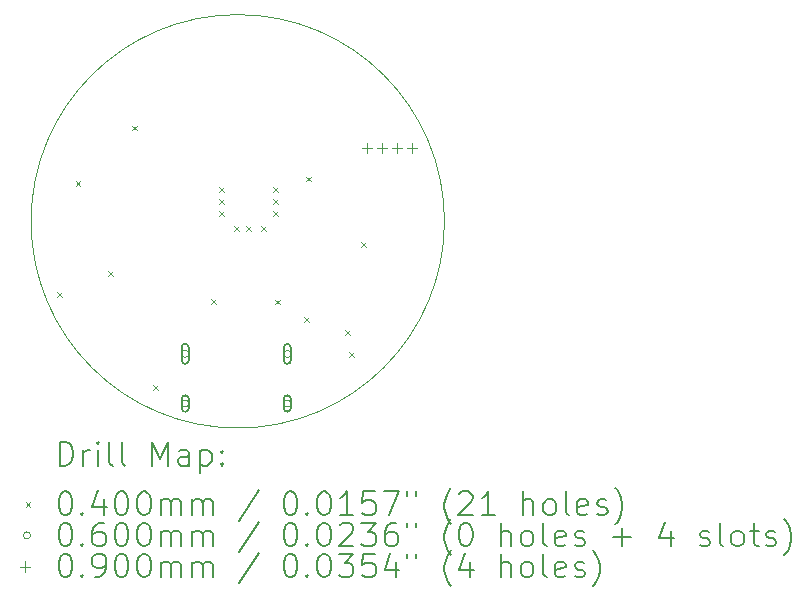
<source format=gbr>
%TF.GenerationSoftware,KiCad,Pcbnew,7.0.2*%
%TF.CreationDate,2023-11-25T22:17:22+00:00*%
%TF.ProjectId,simpleclick,73696d70-6c65-4636-9c69-636b2e6b6963,rev?*%
%TF.SameCoordinates,Original*%
%TF.FileFunction,Drillmap*%
%TF.FilePolarity,Positive*%
%FSLAX45Y45*%
G04 Gerber Fmt 4.5, Leading zero omitted, Abs format (unit mm)*
G04 Created by KiCad (PCBNEW 7.0.2) date 2023-11-25 22:17:22*
%MOMM*%
%LPD*%
G01*
G04 APERTURE LIST*
%ADD10C,0.100000*%
%ADD11C,0.200000*%
%ADD12C,0.040000*%
%ADD13C,0.060000*%
%ADD14C,0.090000*%
G04 APERTURE END LIST*
D10*
X13726100Y-8140700D02*
G75*
G03*
X13726100Y-8140700I-1750000J0D01*
G01*
D11*
D12*
X10444800Y-8743000D02*
X10484800Y-8783000D01*
X10484800Y-8743000D02*
X10444800Y-8783000D01*
X10603750Y-7800000D02*
X10643750Y-7840000D01*
X10643750Y-7800000D02*
X10603750Y-7840000D01*
X10876600Y-8565200D02*
X10916600Y-8605200D01*
X10916600Y-8565200D02*
X10876600Y-8605200D01*
X11080000Y-7330000D02*
X11120000Y-7370000D01*
X11120000Y-7330000D02*
X11080000Y-7370000D01*
X11260000Y-9530000D02*
X11300000Y-9570000D01*
X11300000Y-9530000D02*
X11260000Y-9570000D01*
X11750000Y-8800000D02*
X11790000Y-8840000D01*
X11790000Y-8800000D02*
X11750000Y-8840000D01*
X11816400Y-7854000D02*
X11856400Y-7894000D01*
X11856400Y-7854000D02*
X11816400Y-7894000D01*
X11816400Y-7955600D02*
X11856400Y-7995600D01*
X11856400Y-7955600D02*
X11816400Y-7995600D01*
X11816400Y-8057200D02*
X11856400Y-8097200D01*
X11856400Y-8057200D02*
X11816400Y-8097200D01*
X11943400Y-8184200D02*
X11983400Y-8224200D01*
X11983400Y-8184200D02*
X11943400Y-8224200D01*
X12045000Y-8184200D02*
X12085000Y-8224200D01*
X12085000Y-8184200D02*
X12045000Y-8224200D01*
X12172000Y-8184200D02*
X12212000Y-8224200D01*
X12212000Y-8184200D02*
X12172000Y-8224200D01*
X12273600Y-7854000D02*
X12313600Y-7894000D01*
X12313600Y-7854000D02*
X12273600Y-7894000D01*
X12273600Y-7955600D02*
X12313600Y-7995600D01*
X12313600Y-7955600D02*
X12273600Y-7995600D01*
X12273600Y-8057200D02*
X12313600Y-8097200D01*
X12313600Y-8057200D02*
X12273600Y-8097200D01*
X12290000Y-8804950D02*
X12330000Y-8844950D01*
X12330000Y-8804950D02*
X12290000Y-8844950D01*
X12540000Y-8950000D02*
X12580000Y-8990000D01*
X12580000Y-8950000D02*
X12540000Y-8990000D01*
X12553000Y-7762000D02*
X12593000Y-7802000D01*
X12593000Y-7762000D02*
X12553000Y-7802000D01*
X12883200Y-9060500D02*
X12923200Y-9100500D01*
X12923200Y-9060500D02*
X12883200Y-9100500D01*
X12920000Y-9250000D02*
X12960000Y-9290000D01*
X12960000Y-9250000D02*
X12920000Y-9290000D01*
X13022450Y-8320000D02*
X13062450Y-8360000D01*
X13062450Y-8320000D02*
X13022450Y-8360000D01*
D13*
X11561400Y-9263300D02*
G75*
G03*
X11561400Y-9263300I-30000J0D01*
G01*
D11*
X11501400Y-9208300D02*
X11501400Y-9318300D01*
X11501400Y-9318300D02*
G75*
G03*
X11561400Y-9318300I30000J0D01*
G01*
X11561400Y-9318300D02*
X11561400Y-9208300D01*
X11561400Y-9208300D02*
G75*
G03*
X11501400Y-9208300I-30000J0D01*
G01*
D13*
X11561400Y-9683300D02*
G75*
G03*
X11561400Y-9683300I-30000J0D01*
G01*
D11*
X11501400Y-9643300D02*
X11501400Y-9723300D01*
X11501400Y-9723300D02*
G75*
G03*
X11561400Y-9723300I30000J0D01*
G01*
X11561400Y-9723300D02*
X11561400Y-9643300D01*
X11561400Y-9643300D02*
G75*
G03*
X11501400Y-9643300I-30000J0D01*
G01*
D13*
X12425400Y-9263300D02*
G75*
G03*
X12425400Y-9263300I-30000J0D01*
G01*
D11*
X12365400Y-9208300D02*
X12365400Y-9318300D01*
X12365400Y-9318300D02*
G75*
G03*
X12425400Y-9318300I30000J0D01*
G01*
X12425400Y-9318300D02*
X12425400Y-9208300D01*
X12425400Y-9208300D02*
G75*
G03*
X12365400Y-9208300I-30000J0D01*
G01*
D13*
X12425400Y-9683300D02*
G75*
G03*
X12425400Y-9683300I-30000J0D01*
G01*
D11*
X12365400Y-9643300D02*
X12365400Y-9723300D01*
X12365400Y-9723300D02*
G75*
G03*
X12425400Y-9723300I30000J0D01*
G01*
X12425400Y-9723300D02*
X12425400Y-9643300D01*
X12425400Y-9643300D02*
G75*
G03*
X12365400Y-9643300I-30000J0D01*
G01*
D14*
X13069000Y-7475000D02*
X13069000Y-7565000D01*
X13024000Y-7520000D02*
X13114000Y-7520000D01*
X13196000Y-7475000D02*
X13196000Y-7565000D01*
X13151000Y-7520000D02*
X13241000Y-7520000D01*
X13323000Y-7475000D02*
X13323000Y-7565000D01*
X13278000Y-7520000D02*
X13368000Y-7520000D01*
X13450000Y-7475000D02*
X13450000Y-7565000D01*
X13405000Y-7520000D02*
X13495000Y-7520000D01*
D11*
X10468719Y-10208224D02*
X10468719Y-10008224D01*
X10468719Y-10008224D02*
X10516338Y-10008224D01*
X10516338Y-10008224D02*
X10544910Y-10017748D01*
X10544910Y-10017748D02*
X10563957Y-10036795D01*
X10563957Y-10036795D02*
X10573481Y-10055843D01*
X10573481Y-10055843D02*
X10583005Y-10093938D01*
X10583005Y-10093938D02*
X10583005Y-10122510D01*
X10583005Y-10122510D02*
X10573481Y-10160605D01*
X10573481Y-10160605D02*
X10563957Y-10179652D01*
X10563957Y-10179652D02*
X10544910Y-10198700D01*
X10544910Y-10198700D02*
X10516338Y-10208224D01*
X10516338Y-10208224D02*
X10468719Y-10208224D01*
X10668719Y-10208224D02*
X10668719Y-10074890D01*
X10668719Y-10112986D02*
X10678243Y-10093938D01*
X10678243Y-10093938D02*
X10687767Y-10084414D01*
X10687767Y-10084414D02*
X10706814Y-10074890D01*
X10706814Y-10074890D02*
X10725862Y-10074890D01*
X10792529Y-10208224D02*
X10792529Y-10074890D01*
X10792529Y-10008224D02*
X10783005Y-10017748D01*
X10783005Y-10017748D02*
X10792529Y-10027271D01*
X10792529Y-10027271D02*
X10802052Y-10017748D01*
X10802052Y-10017748D02*
X10792529Y-10008224D01*
X10792529Y-10008224D02*
X10792529Y-10027271D01*
X10916338Y-10208224D02*
X10897290Y-10198700D01*
X10897290Y-10198700D02*
X10887767Y-10179652D01*
X10887767Y-10179652D02*
X10887767Y-10008224D01*
X11021100Y-10208224D02*
X11002052Y-10198700D01*
X11002052Y-10198700D02*
X10992529Y-10179652D01*
X10992529Y-10179652D02*
X10992529Y-10008224D01*
X11249671Y-10208224D02*
X11249671Y-10008224D01*
X11249671Y-10008224D02*
X11316338Y-10151081D01*
X11316338Y-10151081D02*
X11383005Y-10008224D01*
X11383005Y-10008224D02*
X11383005Y-10208224D01*
X11563957Y-10208224D02*
X11563957Y-10103462D01*
X11563957Y-10103462D02*
X11554433Y-10084414D01*
X11554433Y-10084414D02*
X11535386Y-10074890D01*
X11535386Y-10074890D02*
X11497290Y-10074890D01*
X11497290Y-10074890D02*
X11478243Y-10084414D01*
X11563957Y-10198700D02*
X11544909Y-10208224D01*
X11544909Y-10208224D02*
X11497290Y-10208224D01*
X11497290Y-10208224D02*
X11478243Y-10198700D01*
X11478243Y-10198700D02*
X11468719Y-10179652D01*
X11468719Y-10179652D02*
X11468719Y-10160605D01*
X11468719Y-10160605D02*
X11478243Y-10141557D01*
X11478243Y-10141557D02*
X11497290Y-10132033D01*
X11497290Y-10132033D02*
X11544909Y-10132033D01*
X11544909Y-10132033D02*
X11563957Y-10122510D01*
X11659195Y-10074890D02*
X11659195Y-10274890D01*
X11659195Y-10084414D02*
X11678243Y-10074890D01*
X11678243Y-10074890D02*
X11716338Y-10074890D01*
X11716338Y-10074890D02*
X11735386Y-10084414D01*
X11735386Y-10084414D02*
X11744909Y-10093938D01*
X11744909Y-10093938D02*
X11754433Y-10112986D01*
X11754433Y-10112986D02*
X11754433Y-10170129D01*
X11754433Y-10170129D02*
X11744909Y-10189176D01*
X11744909Y-10189176D02*
X11735386Y-10198700D01*
X11735386Y-10198700D02*
X11716338Y-10208224D01*
X11716338Y-10208224D02*
X11678243Y-10208224D01*
X11678243Y-10208224D02*
X11659195Y-10198700D01*
X11840148Y-10189176D02*
X11849671Y-10198700D01*
X11849671Y-10198700D02*
X11840148Y-10208224D01*
X11840148Y-10208224D02*
X11830624Y-10198700D01*
X11830624Y-10198700D02*
X11840148Y-10189176D01*
X11840148Y-10189176D02*
X11840148Y-10208224D01*
X11840148Y-10084414D02*
X11849671Y-10093938D01*
X11849671Y-10093938D02*
X11840148Y-10103462D01*
X11840148Y-10103462D02*
X11830624Y-10093938D01*
X11830624Y-10093938D02*
X11840148Y-10084414D01*
X11840148Y-10084414D02*
X11840148Y-10103462D01*
D12*
X10181100Y-10515700D02*
X10221100Y-10555700D01*
X10221100Y-10515700D02*
X10181100Y-10555700D01*
D11*
X10506814Y-10428224D02*
X10525862Y-10428224D01*
X10525862Y-10428224D02*
X10544910Y-10437748D01*
X10544910Y-10437748D02*
X10554433Y-10447271D01*
X10554433Y-10447271D02*
X10563957Y-10466319D01*
X10563957Y-10466319D02*
X10573481Y-10504414D01*
X10573481Y-10504414D02*
X10573481Y-10552033D01*
X10573481Y-10552033D02*
X10563957Y-10590129D01*
X10563957Y-10590129D02*
X10554433Y-10609176D01*
X10554433Y-10609176D02*
X10544910Y-10618700D01*
X10544910Y-10618700D02*
X10525862Y-10628224D01*
X10525862Y-10628224D02*
X10506814Y-10628224D01*
X10506814Y-10628224D02*
X10487767Y-10618700D01*
X10487767Y-10618700D02*
X10478243Y-10609176D01*
X10478243Y-10609176D02*
X10468719Y-10590129D01*
X10468719Y-10590129D02*
X10459195Y-10552033D01*
X10459195Y-10552033D02*
X10459195Y-10504414D01*
X10459195Y-10504414D02*
X10468719Y-10466319D01*
X10468719Y-10466319D02*
X10478243Y-10447271D01*
X10478243Y-10447271D02*
X10487767Y-10437748D01*
X10487767Y-10437748D02*
X10506814Y-10428224D01*
X10659195Y-10609176D02*
X10668719Y-10618700D01*
X10668719Y-10618700D02*
X10659195Y-10628224D01*
X10659195Y-10628224D02*
X10649671Y-10618700D01*
X10649671Y-10618700D02*
X10659195Y-10609176D01*
X10659195Y-10609176D02*
X10659195Y-10628224D01*
X10840148Y-10494890D02*
X10840148Y-10628224D01*
X10792529Y-10418700D02*
X10744910Y-10561557D01*
X10744910Y-10561557D02*
X10868719Y-10561557D01*
X10983005Y-10428224D02*
X11002052Y-10428224D01*
X11002052Y-10428224D02*
X11021100Y-10437748D01*
X11021100Y-10437748D02*
X11030624Y-10447271D01*
X11030624Y-10447271D02*
X11040148Y-10466319D01*
X11040148Y-10466319D02*
X11049671Y-10504414D01*
X11049671Y-10504414D02*
X11049671Y-10552033D01*
X11049671Y-10552033D02*
X11040148Y-10590129D01*
X11040148Y-10590129D02*
X11030624Y-10609176D01*
X11030624Y-10609176D02*
X11021100Y-10618700D01*
X11021100Y-10618700D02*
X11002052Y-10628224D01*
X11002052Y-10628224D02*
X10983005Y-10628224D01*
X10983005Y-10628224D02*
X10963957Y-10618700D01*
X10963957Y-10618700D02*
X10954433Y-10609176D01*
X10954433Y-10609176D02*
X10944910Y-10590129D01*
X10944910Y-10590129D02*
X10935386Y-10552033D01*
X10935386Y-10552033D02*
X10935386Y-10504414D01*
X10935386Y-10504414D02*
X10944910Y-10466319D01*
X10944910Y-10466319D02*
X10954433Y-10447271D01*
X10954433Y-10447271D02*
X10963957Y-10437748D01*
X10963957Y-10437748D02*
X10983005Y-10428224D01*
X11173481Y-10428224D02*
X11192529Y-10428224D01*
X11192529Y-10428224D02*
X11211576Y-10437748D01*
X11211576Y-10437748D02*
X11221100Y-10447271D01*
X11221100Y-10447271D02*
X11230624Y-10466319D01*
X11230624Y-10466319D02*
X11240148Y-10504414D01*
X11240148Y-10504414D02*
X11240148Y-10552033D01*
X11240148Y-10552033D02*
X11230624Y-10590129D01*
X11230624Y-10590129D02*
X11221100Y-10609176D01*
X11221100Y-10609176D02*
X11211576Y-10618700D01*
X11211576Y-10618700D02*
X11192529Y-10628224D01*
X11192529Y-10628224D02*
X11173481Y-10628224D01*
X11173481Y-10628224D02*
X11154433Y-10618700D01*
X11154433Y-10618700D02*
X11144910Y-10609176D01*
X11144910Y-10609176D02*
X11135386Y-10590129D01*
X11135386Y-10590129D02*
X11125862Y-10552033D01*
X11125862Y-10552033D02*
X11125862Y-10504414D01*
X11125862Y-10504414D02*
X11135386Y-10466319D01*
X11135386Y-10466319D02*
X11144910Y-10447271D01*
X11144910Y-10447271D02*
X11154433Y-10437748D01*
X11154433Y-10437748D02*
X11173481Y-10428224D01*
X11325862Y-10628224D02*
X11325862Y-10494890D01*
X11325862Y-10513938D02*
X11335386Y-10504414D01*
X11335386Y-10504414D02*
X11354433Y-10494890D01*
X11354433Y-10494890D02*
X11383005Y-10494890D01*
X11383005Y-10494890D02*
X11402052Y-10504414D01*
X11402052Y-10504414D02*
X11411576Y-10523462D01*
X11411576Y-10523462D02*
X11411576Y-10628224D01*
X11411576Y-10523462D02*
X11421100Y-10504414D01*
X11421100Y-10504414D02*
X11440148Y-10494890D01*
X11440148Y-10494890D02*
X11468719Y-10494890D01*
X11468719Y-10494890D02*
X11487767Y-10504414D01*
X11487767Y-10504414D02*
X11497290Y-10523462D01*
X11497290Y-10523462D02*
X11497290Y-10628224D01*
X11592529Y-10628224D02*
X11592529Y-10494890D01*
X11592529Y-10513938D02*
X11602052Y-10504414D01*
X11602052Y-10504414D02*
X11621100Y-10494890D01*
X11621100Y-10494890D02*
X11649671Y-10494890D01*
X11649671Y-10494890D02*
X11668719Y-10504414D01*
X11668719Y-10504414D02*
X11678243Y-10523462D01*
X11678243Y-10523462D02*
X11678243Y-10628224D01*
X11678243Y-10523462D02*
X11687767Y-10504414D01*
X11687767Y-10504414D02*
X11706814Y-10494890D01*
X11706814Y-10494890D02*
X11735386Y-10494890D01*
X11735386Y-10494890D02*
X11754433Y-10504414D01*
X11754433Y-10504414D02*
X11763957Y-10523462D01*
X11763957Y-10523462D02*
X11763957Y-10628224D01*
X12154433Y-10418700D02*
X11983005Y-10675843D01*
X12411576Y-10428224D02*
X12430624Y-10428224D01*
X12430624Y-10428224D02*
X12449672Y-10437748D01*
X12449672Y-10437748D02*
X12459195Y-10447271D01*
X12459195Y-10447271D02*
X12468719Y-10466319D01*
X12468719Y-10466319D02*
X12478243Y-10504414D01*
X12478243Y-10504414D02*
X12478243Y-10552033D01*
X12478243Y-10552033D02*
X12468719Y-10590129D01*
X12468719Y-10590129D02*
X12459195Y-10609176D01*
X12459195Y-10609176D02*
X12449672Y-10618700D01*
X12449672Y-10618700D02*
X12430624Y-10628224D01*
X12430624Y-10628224D02*
X12411576Y-10628224D01*
X12411576Y-10628224D02*
X12392529Y-10618700D01*
X12392529Y-10618700D02*
X12383005Y-10609176D01*
X12383005Y-10609176D02*
X12373481Y-10590129D01*
X12373481Y-10590129D02*
X12363957Y-10552033D01*
X12363957Y-10552033D02*
X12363957Y-10504414D01*
X12363957Y-10504414D02*
X12373481Y-10466319D01*
X12373481Y-10466319D02*
X12383005Y-10447271D01*
X12383005Y-10447271D02*
X12392529Y-10437748D01*
X12392529Y-10437748D02*
X12411576Y-10428224D01*
X12563957Y-10609176D02*
X12573481Y-10618700D01*
X12573481Y-10618700D02*
X12563957Y-10628224D01*
X12563957Y-10628224D02*
X12554433Y-10618700D01*
X12554433Y-10618700D02*
X12563957Y-10609176D01*
X12563957Y-10609176D02*
X12563957Y-10628224D01*
X12697291Y-10428224D02*
X12716338Y-10428224D01*
X12716338Y-10428224D02*
X12735386Y-10437748D01*
X12735386Y-10437748D02*
X12744910Y-10447271D01*
X12744910Y-10447271D02*
X12754433Y-10466319D01*
X12754433Y-10466319D02*
X12763957Y-10504414D01*
X12763957Y-10504414D02*
X12763957Y-10552033D01*
X12763957Y-10552033D02*
X12754433Y-10590129D01*
X12754433Y-10590129D02*
X12744910Y-10609176D01*
X12744910Y-10609176D02*
X12735386Y-10618700D01*
X12735386Y-10618700D02*
X12716338Y-10628224D01*
X12716338Y-10628224D02*
X12697291Y-10628224D01*
X12697291Y-10628224D02*
X12678243Y-10618700D01*
X12678243Y-10618700D02*
X12668719Y-10609176D01*
X12668719Y-10609176D02*
X12659195Y-10590129D01*
X12659195Y-10590129D02*
X12649672Y-10552033D01*
X12649672Y-10552033D02*
X12649672Y-10504414D01*
X12649672Y-10504414D02*
X12659195Y-10466319D01*
X12659195Y-10466319D02*
X12668719Y-10447271D01*
X12668719Y-10447271D02*
X12678243Y-10437748D01*
X12678243Y-10437748D02*
X12697291Y-10428224D01*
X12954433Y-10628224D02*
X12840148Y-10628224D01*
X12897291Y-10628224D02*
X12897291Y-10428224D01*
X12897291Y-10428224D02*
X12878243Y-10456795D01*
X12878243Y-10456795D02*
X12859195Y-10475843D01*
X12859195Y-10475843D02*
X12840148Y-10485367D01*
X13135386Y-10428224D02*
X13040148Y-10428224D01*
X13040148Y-10428224D02*
X13030624Y-10523462D01*
X13030624Y-10523462D02*
X13040148Y-10513938D01*
X13040148Y-10513938D02*
X13059195Y-10504414D01*
X13059195Y-10504414D02*
X13106814Y-10504414D01*
X13106814Y-10504414D02*
X13125862Y-10513938D01*
X13125862Y-10513938D02*
X13135386Y-10523462D01*
X13135386Y-10523462D02*
X13144910Y-10542510D01*
X13144910Y-10542510D02*
X13144910Y-10590129D01*
X13144910Y-10590129D02*
X13135386Y-10609176D01*
X13135386Y-10609176D02*
X13125862Y-10618700D01*
X13125862Y-10618700D02*
X13106814Y-10628224D01*
X13106814Y-10628224D02*
X13059195Y-10628224D01*
X13059195Y-10628224D02*
X13040148Y-10618700D01*
X13040148Y-10618700D02*
X13030624Y-10609176D01*
X13211576Y-10428224D02*
X13344910Y-10428224D01*
X13344910Y-10428224D02*
X13259195Y-10628224D01*
X13411576Y-10428224D02*
X13411576Y-10466319D01*
X13487767Y-10428224D02*
X13487767Y-10466319D01*
X13783005Y-10704414D02*
X13773481Y-10694890D01*
X13773481Y-10694890D02*
X13754434Y-10666319D01*
X13754434Y-10666319D02*
X13744910Y-10647271D01*
X13744910Y-10647271D02*
X13735386Y-10618700D01*
X13735386Y-10618700D02*
X13725862Y-10571081D01*
X13725862Y-10571081D02*
X13725862Y-10532986D01*
X13725862Y-10532986D02*
X13735386Y-10485367D01*
X13735386Y-10485367D02*
X13744910Y-10456795D01*
X13744910Y-10456795D02*
X13754434Y-10437748D01*
X13754434Y-10437748D02*
X13773481Y-10409176D01*
X13773481Y-10409176D02*
X13783005Y-10399652D01*
X13849672Y-10447271D02*
X13859195Y-10437748D01*
X13859195Y-10437748D02*
X13878243Y-10428224D01*
X13878243Y-10428224D02*
X13925862Y-10428224D01*
X13925862Y-10428224D02*
X13944910Y-10437748D01*
X13944910Y-10437748D02*
X13954434Y-10447271D01*
X13954434Y-10447271D02*
X13963957Y-10466319D01*
X13963957Y-10466319D02*
X13963957Y-10485367D01*
X13963957Y-10485367D02*
X13954434Y-10513938D01*
X13954434Y-10513938D02*
X13840148Y-10628224D01*
X13840148Y-10628224D02*
X13963957Y-10628224D01*
X14154434Y-10628224D02*
X14040148Y-10628224D01*
X14097291Y-10628224D02*
X14097291Y-10428224D01*
X14097291Y-10428224D02*
X14078243Y-10456795D01*
X14078243Y-10456795D02*
X14059195Y-10475843D01*
X14059195Y-10475843D02*
X14040148Y-10485367D01*
X14392529Y-10628224D02*
X14392529Y-10428224D01*
X14478243Y-10628224D02*
X14478243Y-10523462D01*
X14478243Y-10523462D02*
X14468719Y-10504414D01*
X14468719Y-10504414D02*
X14449672Y-10494890D01*
X14449672Y-10494890D02*
X14421100Y-10494890D01*
X14421100Y-10494890D02*
X14402053Y-10504414D01*
X14402053Y-10504414D02*
X14392529Y-10513938D01*
X14602053Y-10628224D02*
X14583005Y-10618700D01*
X14583005Y-10618700D02*
X14573481Y-10609176D01*
X14573481Y-10609176D02*
X14563957Y-10590129D01*
X14563957Y-10590129D02*
X14563957Y-10532986D01*
X14563957Y-10532986D02*
X14573481Y-10513938D01*
X14573481Y-10513938D02*
X14583005Y-10504414D01*
X14583005Y-10504414D02*
X14602053Y-10494890D01*
X14602053Y-10494890D02*
X14630624Y-10494890D01*
X14630624Y-10494890D02*
X14649672Y-10504414D01*
X14649672Y-10504414D02*
X14659196Y-10513938D01*
X14659196Y-10513938D02*
X14668719Y-10532986D01*
X14668719Y-10532986D02*
X14668719Y-10590129D01*
X14668719Y-10590129D02*
X14659196Y-10609176D01*
X14659196Y-10609176D02*
X14649672Y-10618700D01*
X14649672Y-10618700D02*
X14630624Y-10628224D01*
X14630624Y-10628224D02*
X14602053Y-10628224D01*
X14783005Y-10628224D02*
X14763957Y-10618700D01*
X14763957Y-10618700D02*
X14754434Y-10599652D01*
X14754434Y-10599652D02*
X14754434Y-10428224D01*
X14935386Y-10618700D02*
X14916338Y-10628224D01*
X14916338Y-10628224D02*
X14878243Y-10628224D01*
X14878243Y-10628224D02*
X14859196Y-10618700D01*
X14859196Y-10618700D02*
X14849672Y-10599652D01*
X14849672Y-10599652D02*
X14849672Y-10523462D01*
X14849672Y-10523462D02*
X14859196Y-10504414D01*
X14859196Y-10504414D02*
X14878243Y-10494890D01*
X14878243Y-10494890D02*
X14916338Y-10494890D01*
X14916338Y-10494890D02*
X14935386Y-10504414D01*
X14935386Y-10504414D02*
X14944910Y-10523462D01*
X14944910Y-10523462D02*
X14944910Y-10542510D01*
X14944910Y-10542510D02*
X14849672Y-10561557D01*
X15021100Y-10618700D02*
X15040148Y-10628224D01*
X15040148Y-10628224D02*
X15078243Y-10628224D01*
X15078243Y-10628224D02*
X15097291Y-10618700D01*
X15097291Y-10618700D02*
X15106815Y-10599652D01*
X15106815Y-10599652D02*
X15106815Y-10590129D01*
X15106815Y-10590129D02*
X15097291Y-10571081D01*
X15097291Y-10571081D02*
X15078243Y-10561557D01*
X15078243Y-10561557D02*
X15049672Y-10561557D01*
X15049672Y-10561557D02*
X15030624Y-10552033D01*
X15030624Y-10552033D02*
X15021100Y-10532986D01*
X15021100Y-10532986D02*
X15021100Y-10523462D01*
X15021100Y-10523462D02*
X15030624Y-10504414D01*
X15030624Y-10504414D02*
X15049672Y-10494890D01*
X15049672Y-10494890D02*
X15078243Y-10494890D01*
X15078243Y-10494890D02*
X15097291Y-10504414D01*
X15173481Y-10704414D02*
X15183005Y-10694890D01*
X15183005Y-10694890D02*
X15202053Y-10666319D01*
X15202053Y-10666319D02*
X15211577Y-10647271D01*
X15211577Y-10647271D02*
X15221100Y-10618700D01*
X15221100Y-10618700D02*
X15230624Y-10571081D01*
X15230624Y-10571081D02*
X15230624Y-10532986D01*
X15230624Y-10532986D02*
X15221100Y-10485367D01*
X15221100Y-10485367D02*
X15211577Y-10456795D01*
X15211577Y-10456795D02*
X15202053Y-10437748D01*
X15202053Y-10437748D02*
X15183005Y-10409176D01*
X15183005Y-10409176D02*
X15173481Y-10399652D01*
D13*
X10221100Y-10799700D02*
G75*
G03*
X10221100Y-10799700I-30000J0D01*
G01*
D11*
X10506814Y-10692224D02*
X10525862Y-10692224D01*
X10525862Y-10692224D02*
X10544910Y-10701748D01*
X10544910Y-10701748D02*
X10554433Y-10711271D01*
X10554433Y-10711271D02*
X10563957Y-10730319D01*
X10563957Y-10730319D02*
X10573481Y-10768414D01*
X10573481Y-10768414D02*
X10573481Y-10816033D01*
X10573481Y-10816033D02*
X10563957Y-10854129D01*
X10563957Y-10854129D02*
X10554433Y-10873176D01*
X10554433Y-10873176D02*
X10544910Y-10882700D01*
X10544910Y-10882700D02*
X10525862Y-10892224D01*
X10525862Y-10892224D02*
X10506814Y-10892224D01*
X10506814Y-10892224D02*
X10487767Y-10882700D01*
X10487767Y-10882700D02*
X10478243Y-10873176D01*
X10478243Y-10873176D02*
X10468719Y-10854129D01*
X10468719Y-10854129D02*
X10459195Y-10816033D01*
X10459195Y-10816033D02*
X10459195Y-10768414D01*
X10459195Y-10768414D02*
X10468719Y-10730319D01*
X10468719Y-10730319D02*
X10478243Y-10711271D01*
X10478243Y-10711271D02*
X10487767Y-10701748D01*
X10487767Y-10701748D02*
X10506814Y-10692224D01*
X10659195Y-10873176D02*
X10668719Y-10882700D01*
X10668719Y-10882700D02*
X10659195Y-10892224D01*
X10659195Y-10892224D02*
X10649671Y-10882700D01*
X10649671Y-10882700D02*
X10659195Y-10873176D01*
X10659195Y-10873176D02*
X10659195Y-10892224D01*
X10840148Y-10692224D02*
X10802052Y-10692224D01*
X10802052Y-10692224D02*
X10783005Y-10701748D01*
X10783005Y-10701748D02*
X10773481Y-10711271D01*
X10773481Y-10711271D02*
X10754433Y-10739843D01*
X10754433Y-10739843D02*
X10744910Y-10777938D01*
X10744910Y-10777938D02*
X10744910Y-10854129D01*
X10744910Y-10854129D02*
X10754433Y-10873176D01*
X10754433Y-10873176D02*
X10763957Y-10882700D01*
X10763957Y-10882700D02*
X10783005Y-10892224D01*
X10783005Y-10892224D02*
X10821100Y-10892224D01*
X10821100Y-10892224D02*
X10840148Y-10882700D01*
X10840148Y-10882700D02*
X10849671Y-10873176D01*
X10849671Y-10873176D02*
X10859195Y-10854129D01*
X10859195Y-10854129D02*
X10859195Y-10806510D01*
X10859195Y-10806510D02*
X10849671Y-10787462D01*
X10849671Y-10787462D02*
X10840148Y-10777938D01*
X10840148Y-10777938D02*
X10821100Y-10768414D01*
X10821100Y-10768414D02*
X10783005Y-10768414D01*
X10783005Y-10768414D02*
X10763957Y-10777938D01*
X10763957Y-10777938D02*
X10754433Y-10787462D01*
X10754433Y-10787462D02*
X10744910Y-10806510D01*
X10983005Y-10692224D02*
X11002052Y-10692224D01*
X11002052Y-10692224D02*
X11021100Y-10701748D01*
X11021100Y-10701748D02*
X11030624Y-10711271D01*
X11030624Y-10711271D02*
X11040148Y-10730319D01*
X11040148Y-10730319D02*
X11049671Y-10768414D01*
X11049671Y-10768414D02*
X11049671Y-10816033D01*
X11049671Y-10816033D02*
X11040148Y-10854129D01*
X11040148Y-10854129D02*
X11030624Y-10873176D01*
X11030624Y-10873176D02*
X11021100Y-10882700D01*
X11021100Y-10882700D02*
X11002052Y-10892224D01*
X11002052Y-10892224D02*
X10983005Y-10892224D01*
X10983005Y-10892224D02*
X10963957Y-10882700D01*
X10963957Y-10882700D02*
X10954433Y-10873176D01*
X10954433Y-10873176D02*
X10944910Y-10854129D01*
X10944910Y-10854129D02*
X10935386Y-10816033D01*
X10935386Y-10816033D02*
X10935386Y-10768414D01*
X10935386Y-10768414D02*
X10944910Y-10730319D01*
X10944910Y-10730319D02*
X10954433Y-10711271D01*
X10954433Y-10711271D02*
X10963957Y-10701748D01*
X10963957Y-10701748D02*
X10983005Y-10692224D01*
X11173481Y-10692224D02*
X11192529Y-10692224D01*
X11192529Y-10692224D02*
X11211576Y-10701748D01*
X11211576Y-10701748D02*
X11221100Y-10711271D01*
X11221100Y-10711271D02*
X11230624Y-10730319D01*
X11230624Y-10730319D02*
X11240148Y-10768414D01*
X11240148Y-10768414D02*
X11240148Y-10816033D01*
X11240148Y-10816033D02*
X11230624Y-10854129D01*
X11230624Y-10854129D02*
X11221100Y-10873176D01*
X11221100Y-10873176D02*
X11211576Y-10882700D01*
X11211576Y-10882700D02*
X11192529Y-10892224D01*
X11192529Y-10892224D02*
X11173481Y-10892224D01*
X11173481Y-10892224D02*
X11154433Y-10882700D01*
X11154433Y-10882700D02*
X11144910Y-10873176D01*
X11144910Y-10873176D02*
X11135386Y-10854129D01*
X11135386Y-10854129D02*
X11125862Y-10816033D01*
X11125862Y-10816033D02*
X11125862Y-10768414D01*
X11125862Y-10768414D02*
X11135386Y-10730319D01*
X11135386Y-10730319D02*
X11144910Y-10711271D01*
X11144910Y-10711271D02*
X11154433Y-10701748D01*
X11154433Y-10701748D02*
X11173481Y-10692224D01*
X11325862Y-10892224D02*
X11325862Y-10758890D01*
X11325862Y-10777938D02*
X11335386Y-10768414D01*
X11335386Y-10768414D02*
X11354433Y-10758890D01*
X11354433Y-10758890D02*
X11383005Y-10758890D01*
X11383005Y-10758890D02*
X11402052Y-10768414D01*
X11402052Y-10768414D02*
X11411576Y-10787462D01*
X11411576Y-10787462D02*
X11411576Y-10892224D01*
X11411576Y-10787462D02*
X11421100Y-10768414D01*
X11421100Y-10768414D02*
X11440148Y-10758890D01*
X11440148Y-10758890D02*
X11468719Y-10758890D01*
X11468719Y-10758890D02*
X11487767Y-10768414D01*
X11487767Y-10768414D02*
X11497290Y-10787462D01*
X11497290Y-10787462D02*
X11497290Y-10892224D01*
X11592529Y-10892224D02*
X11592529Y-10758890D01*
X11592529Y-10777938D02*
X11602052Y-10768414D01*
X11602052Y-10768414D02*
X11621100Y-10758890D01*
X11621100Y-10758890D02*
X11649671Y-10758890D01*
X11649671Y-10758890D02*
X11668719Y-10768414D01*
X11668719Y-10768414D02*
X11678243Y-10787462D01*
X11678243Y-10787462D02*
X11678243Y-10892224D01*
X11678243Y-10787462D02*
X11687767Y-10768414D01*
X11687767Y-10768414D02*
X11706814Y-10758890D01*
X11706814Y-10758890D02*
X11735386Y-10758890D01*
X11735386Y-10758890D02*
X11754433Y-10768414D01*
X11754433Y-10768414D02*
X11763957Y-10787462D01*
X11763957Y-10787462D02*
X11763957Y-10892224D01*
X12154433Y-10682700D02*
X11983005Y-10939843D01*
X12411576Y-10692224D02*
X12430624Y-10692224D01*
X12430624Y-10692224D02*
X12449672Y-10701748D01*
X12449672Y-10701748D02*
X12459195Y-10711271D01*
X12459195Y-10711271D02*
X12468719Y-10730319D01*
X12468719Y-10730319D02*
X12478243Y-10768414D01*
X12478243Y-10768414D02*
X12478243Y-10816033D01*
X12478243Y-10816033D02*
X12468719Y-10854129D01*
X12468719Y-10854129D02*
X12459195Y-10873176D01*
X12459195Y-10873176D02*
X12449672Y-10882700D01*
X12449672Y-10882700D02*
X12430624Y-10892224D01*
X12430624Y-10892224D02*
X12411576Y-10892224D01*
X12411576Y-10892224D02*
X12392529Y-10882700D01*
X12392529Y-10882700D02*
X12383005Y-10873176D01*
X12383005Y-10873176D02*
X12373481Y-10854129D01*
X12373481Y-10854129D02*
X12363957Y-10816033D01*
X12363957Y-10816033D02*
X12363957Y-10768414D01*
X12363957Y-10768414D02*
X12373481Y-10730319D01*
X12373481Y-10730319D02*
X12383005Y-10711271D01*
X12383005Y-10711271D02*
X12392529Y-10701748D01*
X12392529Y-10701748D02*
X12411576Y-10692224D01*
X12563957Y-10873176D02*
X12573481Y-10882700D01*
X12573481Y-10882700D02*
X12563957Y-10892224D01*
X12563957Y-10892224D02*
X12554433Y-10882700D01*
X12554433Y-10882700D02*
X12563957Y-10873176D01*
X12563957Y-10873176D02*
X12563957Y-10892224D01*
X12697291Y-10692224D02*
X12716338Y-10692224D01*
X12716338Y-10692224D02*
X12735386Y-10701748D01*
X12735386Y-10701748D02*
X12744910Y-10711271D01*
X12744910Y-10711271D02*
X12754433Y-10730319D01*
X12754433Y-10730319D02*
X12763957Y-10768414D01*
X12763957Y-10768414D02*
X12763957Y-10816033D01*
X12763957Y-10816033D02*
X12754433Y-10854129D01*
X12754433Y-10854129D02*
X12744910Y-10873176D01*
X12744910Y-10873176D02*
X12735386Y-10882700D01*
X12735386Y-10882700D02*
X12716338Y-10892224D01*
X12716338Y-10892224D02*
X12697291Y-10892224D01*
X12697291Y-10892224D02*
X12678243Y-10882700D01*
X12678243Y-10882700D02*
X12668719Y-10873176D01*
X12668719Y-10873176D02*
X12659195Y-10854129D01*
X12659195Y-10854129D02*
X12649672Y-10816033D01*
X12649672Y-10816033D02*
X12649672Y-10768414D01*
X12649672Y-10768414D02*
X12659195Y-10730319D01*
X12659195Y-10730319D02*
X12668719Y-10711271D01*
X12668719Y-10711271D02*
X12678243Y-10701748D01*
X12678243Y-10701748D02*
X12697291Y-10692224D01*
X12840148Y-10711271D02*
X12849672Y-10701748D01*
X12849672Y-10701748D02*
X12868719Y-10692224D01*
X12868719Y-10692224D02*
X12916338Y-10692224D01*
X12916338Y-10692224D02*
X12935386Y-10701748D01*
X12935386Y-10701748D02*
X12944910Y-10711271D01*
X12944910Y-10711271D02*
X12954433Y-10730319D01*
X12954433Y-10730319D02*
X12954433Y-10749367D01*
X12954433Y-10749367D02*
X12944910Y-10777938D01*
X12944910Y-10777938D02*
X12830624Y-10892224D01*
X12830624Y-10892224D02*
X12954433Y-10892224D01*
X13021100Y-10692224D02*
X13144910Y-10692224D01*
X13144910Y-10692224D02*
X13078243Y-10768414D01*
X13078243Y-10768414D02*
X13106814Y-10768414D01*
X13106814Y-10768414D02*
X13125862Y-10777938D01*
X13125862Y-10777938D02*
X13135386Y-10787462D01*
X13135386Y-10787462D02*
X13144910Y-10806510D01*
X13144910Y-10806510D02*
X13144910Y-10854129D01*
X13144910Y-10854129D02*
X13135386Y-10873176D01*
X13135386Y-10873176D02*
X13125862Y-10882700D01*
X13125862Y-10882700D02*
X13106814Y-10892224D01*
X13106814Y-10892224D02*
X13049672Y-10892224D01*
X13049672Y-10892224D02*
X13030624Y-10882700D01*
X13030624Y-10882700D02*
X13021100Y-10873176D01*
X13316338Y-10692224D02*
X13278243Y-10692224D01*
X13278243Y-10692224D02*
X13259195Y-10701748D01*
X13259195Y-10701748D02*
X13249672Y-10711271D01*
X13249672Y-10711271D02*
X13230624Y-10739843D01*
X13230624Y-10739843D02*
X13221100Y-10777938D01*
X13221100Y-10777938D02*
X13221100Y-10854129D01*
X13221100Y-10854129D02*
X13230624Y-10873176D01*
X13230624Y-10873176D02*
X13240148Y-10882700D01*
X13240148Y-10882700D02*
X13259195Y-10892224D01*
X13259195Y-10892224D02*
X13297291Y-10892224D01*
X13297291Y-10892224D02*
X13316338Y-10882700D01*
X13316338Y-10882700D02*
X13325862Y-10873176D01*
X13325862Y-10873176D02*
X13335386Y-10854129D01*
X13335386Y-10854129D02*
X13335386Y-10806510D01*
X13335386Y-10806510D02*
X13325862Y-10787462D01*
X13325862Y-10787462D02*
X13316338Y-10777938D01*
X13316338Y-10777938D02*
X13297291Y-10768414D01*
X13297291Y-10768414D02*
X13259195Y-10768414D01*
X13259195Y-10768414D02*
X13240148Y-10777938D01*
X13240148Y-10777938D02*
X13230624Y-10787462D01*
X13230624Y-10787462D02*
X13221100Y-10806510D01*
X13411576Y-10692224D02*
X13411576Y-10730319D01*
X13487767Y-10692224D02*
X13487767Y-10730319D01*
X13783005Y-10968414D02*
X13773481Y-10958890D01*
X13773481Y-10958890D02*
X13754434Y-10930319D01*
X13754434Y-10930319D02*
X13744910Y-10911271D01*
X13744910Y-10911271D02*
X13735386Y-10882700D01*
X13735386Y-10882700D02*
X13725862Y-10835081D01*
X13725862Y-10835081D02*
X13725862Y-10796986D01*
X13725862Y-10796986D02*
X13735386Y-10749367D01*
X13735386Y-10749367D02*
X13744910Y-10720795D01*
X13744910Y-10720795D02*
X13754434Y-10701748D01*
X13754434Y-10701748D02*
X13773481Y-10673176D01*
X13773481Y-10673176D02*
X13783005Y-10663652D01*
X13897291Y-10692224D02*
X13916338Y-10692224D01*
X13916338Y-10692224D02*
X13935386Y-10701748D01*
X13935386Y-10701748D02*
X13944910Y-10711271D01*
X13944910Y-10711271D02*
X13954434Y-10730319D01*
X13954434Y-10730319D02*
X13963957Y-10768414D01*
X13963957Y-10768414D02*
X13963957Y-10816033D01*
X13963957Y-10816033D02*
X13954434Y-10854129D01*
X13954434Y-10854129D02*
X13944910Y-10873176D01*
X13944910Y-10873176D02*
X13935386Y-10882700D01*
X13935386Y-10882700D02*
X13916338Y-10892224D01*
X13916338Y-10892224D02*
X13897291Y-10892224D01*
X13897291Y-10892224D02*
X13878243Y-10882700D01*
X13878243Y-10882700D02*
X13868719Y-10873176D01*
X13868719Y-10873176D02*
X13859195Y-10854129D01*
X13859195Y-10854129D02*
X13849672Y-10816033D01*
X13849672Y-10816033D02*
X13849672Y-10768414D01*
X13849672Y-10768414D02*
X13859195Y-10730319D01*
X13859195Y-10730319D02*
X13868719Y-10711271D01*
X13868719Y-10711271D02*
X13878243Y-10701748D01*
X13878243Y-10701748D02*
X13897291Y-10692224D01*
X14202053Y-10892224D02*
X14202053Y-10692224D01*
X14287767Y-10892224D02*
X14287767Y-10787462D01*
X14287767Y-10787462D02*
X14278243Y-10768414D01*
X14278243Y-10768414D02*
X14259196Y-10758890D01*
X14259196Y-10758890D02*
X14230624Y-10758890D01*
X14230624Y-10758890D02*
X14211576Y-10768414D01*
X14211576Y-10768414D02*
X14202053Y-10777938D01*
X14411576Y-10892224D02*
X14392529Y-10882700D01*
X14392529Y-10882700D02*
X14383005Y-10873176D01*
X14383005Y-10873176D02*
X14373481Y-10854129D01*
X14373481Y-10854129D02*
X14373481Y-10796986D01*
X14373481Y-10796986D02*
X14383005Y-10777938D01*
X14383005Y-10777938D02*
X14392529Y-10768414D01*
X14392529Y-10768414D02*
X14411576Y-10758890D01*
X14411576Y-10758890D02*
X14440148Y-10758890D01*
X14440148Y-10758890D02*
X14459196Y-10768414D01*
X14459196Y-10768414D02*
X14468719Y-10777938D01*
X14468719Y-10777938D02*
X14478243Y-10796986D01*
X14478243Y-10796986D02*
X14478243Y-10854129D01*
X14478243Y-10854129D02*
X14468719Y-10873176D01*
X14468719Y-10873176D02*
X14459196Y-10882700D01*
X14459196Y-10882700D02*
X14440148Y-10892224D01*
X14440148Y-10892224D02*
X14411576Y-10892224D01*
X14592529Y-10892224D02*
X14573481Y-10882700D01*
X14573481Y-10882700D02*
X14563957Y-10863652D01*
X14563957Y-10863652D02*
X14563957Y-10692224D01*
X14744910Y-10882700D02*
X14725862Y-10892224D01*
X14725862Y-10892224D02*
X14687767Y-10892224D01*
X14687767Y-10892224D02*
X14668719Y-10882700D01*
X14668719Y-10882700D02*
X14659196Y-10863652D01*
X14659196Y-10863652D02*
X14659196Y-10787462D01*
X14659196Y-10787462D02*
X14668719Y-10768414D01*
X14668719Y-10768414D02*
X14687767Y-10758890D01*
X14687767Y-10758890D02*
X14725862Y-10758890D01*
X14725862Y-10758890D02*
X14744910Y-10768414D01*
X14744910Y-10768414D02*
X14754434Y-10787462D01*
X14754434Y-10787462D02*
X14754434Y-10806510D01*
X14754434Y-10806510D02*
X14659196Y-10825557D01*
X14830624Y-10882700D02*
X14849672Y-10892224D01*
X14849672Y-10892224D02*
X14887767Y-10892224D01*
X14887767Y-10892224D02*
X14906815Y-10882700D01*
X14906815Y-10882700D02*
X14916338Y-10863652D01*
X14916338Y-10863652D02*
X14916338Y-10854129D01*
X14916338Y-10854129D02*
X14906815Y-10835081D01*
X14906815Y-10835081D02*
X14887767Y-10825557D01*
X14887767Y-10825557D02*
X14859196Y-10825557D01*
X14859196Y-10825557D02*
X14840148Y-10816033D01*
X14840148Y-10816033D02*
X14830624Y-10796986D01*
X14830624Y-10796986D02*
X14830624Y-10787462D01*
X14830624Y-10787462D02*
X14840148Y-10768414D01*
X14840148Y-10768414D02*
X14859196Y-10758890D01*
X14859196Y-10758890D02*
X14887767Y-10758890D01*
X14887767Y-10758890D02*
X14906815Y-10768414D01*
X15154434Y-10816033D02*
X15306815Y-10816033D01*
X15230624Y-10892224D02*
X15230624Y-10739843D01*
X15640148Y-10758890D02*
X15640148Y-10892224D01*
X15592529Y-10682700D02*
X15544910Y-10825557D01*
X15544910Y-10825557D02*
X15668719Y-10825557D01*
X15887767Y-10882700D02*
X15906815Y-10892224D01*
X15906815Y-10892224D02*
X15944910Y-10892224D01*
X15944910Y-10892224D02*
X15963958Y-10882700D01*
X15963958Y-10882700D02*
X15973481Y-10863652D01*
X15973481Y-10863652D02*
X15973481Y-10854129D01*
X15973481Y-10854129D02*
X15963958Y-10835081D01*
X15963958Y-10835081D02*
X15944910Y-10825557D01*
X15944910Y-10825557D02*
X15916339Y-10825557D01*
X15916339Y-10825557D02*
X15897291Y-10816033D01*
X15897291Y-10816033D02*
X15887767Y-10796986D01*
X15887767Y-10796986D02*
X15887767Y-10787462D01*
X15887767Y-10787462D02*
X15897291Y-10768414D01*
X15897291Y-10768414D02*
X15916339Y-10758890D01*
X15916339Y-10758890D02*
X15944910Y-10758890D01*
X15944910Y-10758890D02*
X15963958Y-10768414D01*
X16087767Y-10892224D02*
X16068720Y-10882700D01*
X16068720Y-10882700D02*
X16059196Y-10863652D01*
X16059196Y-10863652D02*
X16059196Y-10692224D01*
X16192529Y-10892224D02*
X16173481Y-10882700D01*
X16173481Y-10882700D02*
X16163958Y-10873176D01*
X16163958Y-10873176D02*
X16154434Y-10854129D01*
X16154434Y-10854129D02*
X16154434Y-10796986D01*
X16154434Y-10796986D02*
X16163958Y-10777938D01*
X16163958Y-10777938D02*
X16173481Y-10768414D01*
X16173481Y-10768414D02*
X16192529Y-10758890D01*
X16192529Y-10758890D02*
X16221101Y-10758890D01*
X16221101Y-10758890D02*
X16240148Y-10768414D01*
X16240148Y-10768414D02*
X16249672Y-10777938D01*
X16249672Y-10777938D02*
X16259196Y-10796986D01*
X16259196Y-10796986D02*
X16259196Y-10854129D01*
X16259196Y-10854129D02*
X16249672Y-10873176D01*
X16249672Y-10873176D02*
X16240148Y-10882700D01*
X16240148Y-10882700D02*
X16221101Y-10892224D01*
X16221101Y-10892224D02*
X16192529Y-10892224D01*
X16316339Y-10758890D02*
X16392529Y-10758890D01*
X16344910Y-10692224D02*
X16344910Y-10863652D01*
X16344910Y-10863652D02*
X16354434Y-10882700D01*
X16354434Y-10882700D02*
X16373481Y-10892224D01*
X16373481Y-10892224D02*
X16392529Y-10892224D01*
X16449672Y-10882700D02*
X16468720Y-10892224D01*
X16468720Y-10892224D02*
X16506815Y-10892224D01*
X16506815Y-10892224D02*
X16525862Y-10882700D01*
X16525862Y-10882700D02*
X16535386Y-10863652D01*
X16535386Y-10863652D02*
X16535386Y-10854129D01*
X16535386Y-10854129D02*
X16525862Y-10835081D01*
X16525862Y-10835081D02*
X16506815Y-10825557D01*
X16506815Y-10825557D02*
X16478243Y-10825557D01*
X16478243Y-10825557D02*
X16459196Y-10816033D01*
X16459196Y-10816033D02*
X16449672Y-10796986D01*
X16449672Y-10796986D02*
X16449672Y-10787462D01*
X16449672Y-10787462D02*
X16459196Y-10768414D01*
X16459196Y-10768414D02*
X16478243Y-10758890D01*
X16478243Y-10758890D02*
X16506815Y-10758890D01*
X16506815Y-10758890D02*
X16525862Y-10768414D01*
X16602053Y-10968414D02*
X16611577Y-10958890D01*
X16611577Y-10958890D02*
X16630624Y-10930319D01*
X16630624Y-10930319D02*
X16640148Y-10911271D01*
X16640148Y-10911271D02*
X16649672Y-10882700D01*
X16649672Y-10882700D02*
X16659196Y-10835081D01*
X16659196Y-10835081D02*
X16659196Y-10796986D01*
X16659196Y-10796986D02*
X16649672Y-10749367D01*
X16649672Y-10749367D02*
X16640148Y-10720795D01*
X16640148Y-10720795D02*
X16630624Y-10701748D01*
X16630624Y-10701748D02*
X16611577Y-10673176D01*
X16611577Y-10673176D02*
X16602053Y-10663652D01*
D14*
X10176100Y-11018700D02*
X10176100Y-11108700D01*
X10131100Y-11063700D02*
X10221100Y-11063700D01*
D11*
X10506814Y-10956224D02*
X10525862Y-10956224D01*
X10525862Y-10956224D02*
X10544910Y-10965748D01*
X10544910Y-10965748D02*
X10554433Y-10975271D01*
X10554433Y-10975271D02*
X10563957Y-10994319D01*
X10563957Y-10994319D02*
X10573481Y-11032414D01*
X10573481Y-11032414D02*
X10573481Y-11080033D01*
X10573481Y-11080033D02*
X10563957Y-11118129D01*
X10563957Y-11118129D02*
X10554433Y-11137176D01*
X10554433Y-11137176D02*
X10544910Y-11146700D01*
X10544910Y-11146700D02*
X10525862Y-11156224D01*
X10525862Y-11156224D02*
X10506814Y-11156224D01*
X10506814Y-11156224D02*
X10487767Y-11146700D01*
X10487767Y-11146700D02*
X10478243Y-11137176D01*
X10478243Y-11137176D02*
X10468719Y-11118129D01*
X10468719Y-11118129D02*
X10459195Y-11080033D01*
X10459195Y-11080033D02*
X10459195Y-11032414D01*
X10459195Y-11032414D02*
X10468719Y-10994319D01*
X10468719Y-10994319D02*
X10478243Y-10975271D01*
X10478243Y-10975271D02*
X10487767Y-10965748D01*
X10487767Y-10965748D02*
X10506814Y-10956224D01*
X10659195Y-11137176D02*
X10668719Y-11146700D01*
X10668719Y-11146700D02*
X10659195Y-11156224D01*
X10659195Y-11156224D02*
X10649671Y-11146700D01*
X10649671Y-11146700D02*
X10659195Y-11137176D01*
X10659195Y-11137176D02*
X10659195Y-11156224D01*
X10763957Y-11156224D02*
X10802052Y-11156224D01*
X10802052Y-11156224D02*
X10821100Y-11146700D01*
X10821100Y-11146700D02*
X10830624Y-11137176D01*
X10830624Y-11137176D02*
X10849671Y-11108605D01*
X10849671Y-11108605D02*
X10859195Y-11070510D01*
X10859195Y-11070510D02*
X10859195Y-10994319D01*
X10859195Y-10994319D02*
X10849671Y-10975271D01*
X10849671Y-10975271D02*
X10840148Y-10965748D01*
X10840148Y-10965748D02*
X10821100Y-10956224D01*
X10821100Y-10956224D02*
X10783005Y-10956224D01*
X10783005Y-10956224D02*
X10763957Y-10965748D01*
X10763957Y-10965748D02*
X10754433Y-10975271D01*
X10754433Y-10975271D02*
X10744910Y-10994319D01*
X10744910Y-10994319D02*
X10744910Y-11041938D01*
X10744910Y-11041938D02*
X10754433Y-11060986D01*
X10754433Y-11060986D02*
X10763957Y-11070510D01*
X10763957Y-11070510D02*
X10783005Y-11080033D01*
X10783005Y-11080033D02*
X10821100Y-11080033D01*
X10821100Y-11080033D02*
X10840148Y-11070510D01*
X10840148Y-11070510D02*
X10849671Y-11060986D01*
X10849671Y-11060986D02*
X10859195Y-11041938D01*
X10983005Y-10956224D02*
X11002052Y-10956224D01*
X11002052Y-10956224D02*
X11021100Y-10965748D01*
X11021100Y-10965748D02*
X11030624Y-10975271D01*
X11030624Y-10975271D02*
X11040148Y-10994319D01*
X11040148Y-10994319D02*
X11049671Y-11032414D01*
X11049671Y-11032414D02*
X11049671Y-11080033D01*
X11049671Y-11080033D02*
X11040148Y-11118129D01*
X11040148Y-11118129D02*
X11030624Y-11137176D01*
X11030624Y-11137176D02*
X11021100Y-11146700D01*
X11021100Y-11146700D02*
X11002052Y-11156224D01*
X11002052Y-11156224D02*
X10983005Y-11156224D01*
X10983005Y-11156224D02*
X10963957Y-11146700D01*
X10963957Y-11146700D02*
X10954433Y-11137176D01*
X10954433Y-11137176D02*
X10944910Y-11118129D01*
X10944910Y-11118129D02*
X10935386Y-11080033D01*
X10935386Y-11080033D02*
X10935386Y-11032414D01*
X10935386Y-11032414D02*
X10944910Y-10994319D01*
X10944910Y-10994319D02*
X10954433Y-10975271D01*
X10954433Y-10975271D02*
X10963957Y-10965748D01*
X10963957Y-10965748D02*
X10983005Y-10956224D01*
X11173481Y-10956224D02*
X11192529Y-10956224D01*
X11192529Y-10956224D02*
X11211576Y-10965748D01*
X11211576Y-10965748D02*
X11221100Y-10975271D01*
X11221100Y-10975271D02*
X11230624Y-10994319D01*
X11230624Y-10994319D02*
X11240148Y-11032414D01*
X11240148Y-11032414D02*
X11240148Y-11080033D01*
X11240148Y-11080033D02*
X11230624Y-11118129D01*
X11230624Y-11118129D02*
X11221100Y-11137176D01*
X11221100Y-11137176D02*
X11211576Y-11146700D01*
X11211576Y-11146700D02*
X11192529Y-11156224D01*
X11192529Y-11156224D02*
X11173481Y-11156224D01*
X11173481Y-11156224D02*
X11154433Y-11146700D01*
X11154433Y-11146700D02*
X11144910Y-11137176D01*
X11144910Y-11137176D02*
X11135386Y-11118129D01*
X11135386Y-11118129D02*
X11125862Y-11080033D01*
X11125862Y-11080033D02*
X11125862Y-11032414D01*
X11125862Y-11032414D02*
X11135386Y-10994319D01*
X11135386Y-10994319D02*
X11144910Y-10975271D01*
X11144910Y-10975271D02*
X11154433Y-10965748D01*
X11154433Y-10965748D02*
X11173481Y-10956224D01*
X11325862Y-11156224D02*
X11325862Y-11022890D01*
X11325862Y-11041938D02*
X11335386Y-11032414D01*
X11335386Y-11032414D02*
X11354433Y-11022890D01*
X11354433Y-11022890D02*
X11383005Y-11022890D01*
X11383005Y-11022890D02*
X11402052Y-11032414D01*
X11402052Y-11032414D02*
X11411576Y-11051462D01*
X11411576Y-11051462D02*
X11411576Y-11156224D01*
X11411576Y-11051462D02*
X11421100Y-11032414D01*
X11421100Y-11032414D02*
X11440148Y-11022890D01*
X11440148Y-11022890D02*
X11468719Y-11022890D01*
X11468719Y-11022890D02*
X11487767Y-11032414D01*
X11487767Y-11032414D02*
X11497290Y-11051462D01*
X11497290Y-11051462D02*
X11497290Y-11156224D01*
X11592529Y-11156224D02*
X11592529Y-11022890D01*
X11592529Y-11041938D02*
X11602052Y-11032414D01*
X11602052Y-11032414D02*
X11621100Y-11022890D01*
X11621100Y-11022890D02*
X11649671Y-11022890D01*
X11649671Y-11022890D02*
X11668719Y-11032414D01*
X11668719Y-11032414D02*
X11678243Y-11051462D01*
X11678243Y-11051462D02*
X11678243Y-11156224D01*
X11678243Y-11051462D02*
X11687767Y-11032414D01*
X11687767Y-11032414D02*
X11706814Y-11022890D01*
X11706814Y-11022890D02*
X11735386Y-11022890D01*
X11735386Y-11022890D02*
X11754433Y-11032414D01*
X11754433Y-11032414D02*
X11763957Y-11051462D01*
X11763957Y-11051462D02*
X11763957Y-11156224D01*
X12154433Y-10946700D02*
X11983005Y-11203843D01*
X12411576Y-10956224D02*
X12430624Y-10956224D01*
X12430624Y-10956224D02*
X12449672Y-10965748D01*
X12449672Y-10965748D02*
X12459195Y-10975271D01*
X12459195Y-10975271D02*
X12468719Y-10994319D01*
X12468719Y-10994319D02*
X12478243Y-11032414D01*
X12478243Y-11032414D02*
X12478243Y-11080033D01*
X12478243Y-11080033D02*
X12468719Y-11118129D01*
X12468719Y-11118129D02*
X12459195Y-11137176D01*
X12459195Y-11137176D02*
X12449672Y-11146700D01*
X12449672Y-11146700D02*
X12430624Y-11156224D01*
X12430624Y-11156224D02*
X12411576Y-11156224D01*
X12411576Y-11156224D02*
X12392529Y-11146700D01*
X12392529Y-11146700D02*
X12383005Y-11137176D01*
X12383005Y-11137176D02*
X12373481Y-11118129D01*
X12373481Y-11118129D02*
X12363957Y-11080033D01*
X12363957Y-11080033D02*
X12363957Y-11032414D01*
X12363957Y-11032414D02*
X12373481Y-10994319D01*
X12373481Y-10994319D02*
X12383005Y-10975271D01*
X12383005Y-10975271D02*
X12392529Y-10965748D01*
X12392529Y-10965748D02*
X12411576Y-10956224D01*
X12563957Y-11137176D02*
X12573481Y-11146700D01*
X12573481Y-11146700D02*
X12563957Y-11156224D01*
X12563957Y-11156224D02*
X12554433Y-11146700D01*
X12554433Y-11146700D02*
X12563957Y-11137176D01*
X12563957Y-11137176D02*
X12563957Y-11156224D01*
X12697291Y-10956224D02*
X12716338Y-10956224D01*
X12716338Y-10956224D02*
X12735386Y-10965748D01*
X12735386Y-10965748D02*
X12744910Y-10975271D01*
X12744910Y-10975271D02*
X12754433Y-10994319D01*
X12754433Y-10994319D02*
X12763957Y-11032414D01*
X12763957Y-11032414D02*
X12763957Y-11080033D01*
X12763957Y-11080033D02*
X12754433Y-11118129D01*
X12754433Y-11118129D02*
X12744910Y-11137176D01*
X12744910Y-11137176D02*
X12735386Y-11146700D01*
X12735386Y-11146700D02*
X12716338Y-11156224D01*
X12716338Y-11156224D02*
X12697291Y-11156224D01*
X12697291Y-11156224D02*
X12678243Y-11146700D01*
X12678243Y-11146700D02*
X12668719Y-11137176D01*
X12668719Y-11137176D02*
X12659195Y-11118129D01*
X12659195Y-11118129D02*
X12649672Y-11080033D01*
X12649672Y-11080033D02*
X12649672Y-11032414D01*
X12649672Y-11032414D02*
X12659195Y-10994319D01*
X12659195Y-10994319D02*
X12668719Y-10975271D01*
X12668719Y-10975271D02*
X12678243Y-10965748D01*
X12678243Y-10965748D02*
X12697291Y-10956224D01*
X12830624Y-10956224D02*
X12954433Y-10956224D01*
X12954433Y-10956224D02*
X12887767Y-11032414D01*
X12887767Y-11032414D02*
X12916338Y-11032414D01*
X12916338Y-11032414D02*
X12935386Y-11041938D01*
X12935386Y-11041938D02*
X12944910Y-11051462D01*
X12944910Y-11051462D02*
X12954433Y-11070510D01*
X12954433Y-11070510D02*
X12954433Y-11118129D01*
X12954433Y-11118129D02*
X12944910Y-11137176D01*
X12944910Y-11137176D02*
X12935386Y-11146700D01*
X12935386Y-11146700D02*
X12916338Y-11156224D01*
X12916338Y-11156224D02*
X12859195Y-11156224D01*
X12859195Y-11156224D02*
X12840148Y-11146700D01*
X12840148Y-11146700D02*
X12830624Y-11137176D01*
X13135386Y-10956224D02*
X13040148Y-10956224D01*
X13040148Y-10956224D02*
X13030624Y-11051462D01*
X13030624Y-11051462D02*
X13040148Y-11041938D01*
X13040148Y-11041938D02*
X13059195Y-11032414D01*
X13059195Y-11032414D02*
X13106814Y-11032414D01*
X13106814Y-11032414D02*
X13125862Y-11041938D01*
X13125862Y-11041938D02*
X13135386Y-11051462D01*
X13135386Y-11051462D02*
X13144910Y-11070510D01*
X13144910Y-11070510D02*
X13144910Y-11118129D01*
X13144910Y-11118129D02*
X13135386Y-11137176D01*
X13135386Y-11137176D02*
X13125862Y-11146700D01*
X13125862Y-11146700D02*
X13106814Y-11156224D01*
X13106814Y-11156224D02*
X13059195Y-11156224D01*
X13059195Y-11156224D02*
X13040148Y-11146700D01*
X13040148Y-11146700D02*
X13030624Y-11137176D01*
X13316338Y-11022890D02*
X13316338Y-11156224D01*
X13268719Y-10946700D02*
X13221100Y-11089557D01*
X13221100Y-11089557D02*
X13344910Y-11089557D01*
X13411576Y-10956224D02*
X13411576Y-10994319D01*
X13487767Y-10956224D02*
X13487767Y-10994319D01*
X13783005Y-11232414D02*
X13773481Y-11222890D01*
X13773481Y-11222890D02*
X13754434Y-11194319D01*
X13754434Y-11194319D02*
X13744910Y-11175271D01*
X13744910Y-11175271D02*
X13735386Y-11146700D01*
X13735386Y-11146700D02*
X13725862Y-11099081D01*
X13725862Y-11099081D02*
X13725862Y-11060986D01*
X13725862Y-11060986D02*
X13735386Y-11013367D01*
X13735386Y-11013367D02*
X13744910Y-10984795D01*
X13744910Y-10984795D02*
X13754434Y-10965748D01*
X13754434Y-10965748D02*
X13773481Y-10937176D01*
X13773481Y-10937176D02*
X13783005Y-10927652D01*
X13944910Y-11022890D02*
X13944910Y-11156224D01*
X13897291Y-10946700D02*
X13849672Y-11089557D01*
X13849672Y-11089557D02*
X13973481Y-11089557D01*
X14202053Y-11156224D02*
X14202053Y-10956224D01*
X14287767Y-11156224D02*
X14287767Y-11051462D01*
X14287767Y-11051462D02*
X14278243Y-11032414D01*
X14278243Y-11032414D02*
X14259196Y-11022890D01*
X14259196Y-11022890D02*
X14230624Y-11022890D01*
X14230624Y-11022890D02*
X14211576Y-11032414D01*
X14211576Y-11032414D02*
X14202053Y-11041938D01*
X14411576Y-11156224D02*
X14392529Y-11146700D01*
X14392529Y-11146700D02*
X14383005Y-11137176D01*
X14383005Y-11137176D02*
X14373481Y-11118129D01*
X14373481Y-11118129D02*
X14373481Y-11060986D01*
X14373481Y-11060986D02*
X14383005Y-11041938D01*
X14383005Y-11041938D02*
X14392529Y-11032414D01*
X14392529Y-11032414D02*
X14411576Y-11022890D01*
X14411576Y-11022890D02*
X14440148Y-11022890D01*
X14440148Y-11022890D02*
X14459196Y-11032414D01*
X14459196Y-11032414D02*
X14468719Y-11041938D01*
X14468719Y-11041938D02*
X14478243Y-11060986D01*
X14478243Y-11060986D02*
X14478243Y-11118129D01*
X14478243Y-11118129D02*
X14468719Y-11137176D01*
X14468719Y-11137176D02*
X14459196Y-11146700D01*
X14459196Y-11146700D02*
X14440148Y-11156224D01*
X14440148Y-11156224D02*
X14411576Y-11156224D01*
X14592529Y-11156224D02*
X14573481Y-11146700D01*
X14573481Y-11146700D02*
X14563957Y-11127652D01*
X14563957Y-11127652D02*
X14563957Y-10956224D01*
X14744910Y-11146700D02*
X14725862Y-11156224D01*
X14725862Y-11156224D02*
X14687767Y-11156224D01*
X14687767Y-11156224D02*
X14668719Y-11146700D01*
X14668719Y-11146700D02*
X14659196Y-11127652D01*
X14659196Y-11127652D02*
X14659196Y-11051462D01*
X14659196Y-11051462D02*
X14668719Y-11032414D01*
X14668719Y-11032414D02*
X14687767Y-11022890D01*
X14687767Y-11022890D02*
X14725862Y-11022890D01*
X14725862Y-11022890D02*
X14744910Y-11032414D01*
X14744910Y-11032414D02*
X14754434Y-11051462D01*
X14754434Y-11051462D02*
X14754434Y-11070510D01*
X14754434Y-11070510D02*
X14659196Y-11089557D01*
X14830624Y-11146700D02*
X14849672Y-11156224D01*
X14849672Y-11156224D02*
X14887767Y-11156224D01*
X14887767Y-11156224D02*
X14906815Y-11146700D01*
X14906815Y-11146700D02*
X14916338Y-11127652D01*
X14916338Y-11127652D02*
X14916338Y-11118129D01*
X14916338Y-11118129D02*
X14906815Y-11099081D01*
X14906815Y-11099081D02*
X14887767Y-11089557D01*
X14887767Y-11089557D02*
X14859196Y-11089557D01*
X14859196Y-11089557D02*
X14840148Y-11080033D01*
X14840148Y-11080033D02*
X14830624Y-11060986D01*
X14830624Y-11060986D02*
X14830624Y-11051462D01*
X14830624Y-11051462D02*
X14840148Y-11032414D01*
X14840148Y-11032414D02*
X14859196Y-11022890D01*
X14859196Y-11022890D02*
X14887767Y-11022890D01*
X14887767Y-11022890D02*
X14906815Y-11032414D01*
X14983005Y-11232414D02*
X14992529Y-11222890D01*
X14992529Y-11222890D02*
X15011577Y-11194319D01*
X15011577Y-11194319D02*
X15021100Y-11175271D01*
X15021100Y-11175271D02*
X15030624Y-11146700D01*
X15030624Y-11146700D02*
X15040148Y-11099081D01*
X15040148Y-11099081D02*
X15040148Y-11060986D01*
X15040148Y-11060986D02*
X15030624Y-11013367D01*
X15030624Y-11013367D02*
X15021100Y-10984795D01*
X15021100Y-10984795D02*
X15011577Y-10965748D01*
X15011577Y-10965748D02*
X14992529Y-10937176D01*
X14992529Y-10937176D02*
X14983005Y-10927652D01*
M02*

</source>
